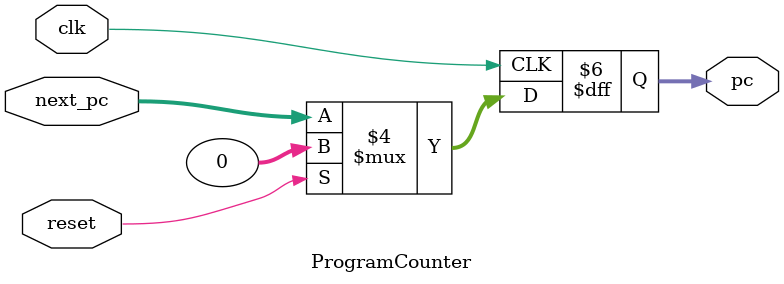
<source format=v>
module ProgramCounter(
    input clk,
    input reset,
    input [31:0] next_pc,
    output reg [31:0] pc
);

    //设置pc的初始值
    initial begin
        pc = 32'h0;
    end
    

    //在时钟上升沿时更新pc或者重置pc
    always @(posedge clk) begin
        if (reset) begin
            pc <= 32'h0;
        end else begin
            pc <= next_pc;
        end
    end

endmodule


</source>
